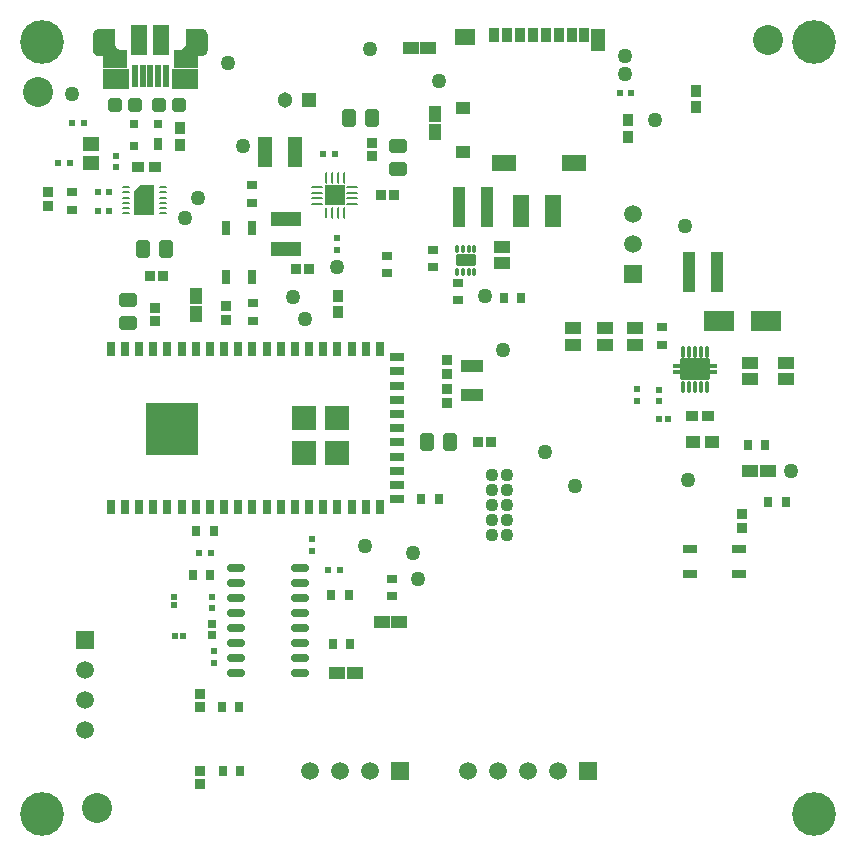
<source format=gts>
G04*
G04 #@! TF.GenerationSoftware,Altium Limited,Altium Designer,23.2.1 (34)*
G04*
G04 Layer_Color=8388736*
%FSLAX44Y44*%
%MOMM*%
G71*
G04*
G04 #@! TF.SameCoordinates,6C2AB55D-B72B-4B93-AE35-0C838568E6CE*
G04*
G04*
G04 #@! TF.FilePolarity,Negative*
G04*
G01*
G75*
%ADD25R,0.5000X0.5000*%
%ADD26R,1.3562X1.1046*%
%ADD27R,2.6550X1.2037*%
%ADD28R,1.2037X2.6550*%
%ADD29C,1.2700*%
%ADD30R,0.5000X0.5000*%
%ADD31R,0.8121X0.9531*%
%ADD32R,0.9000X0.6500*%
%ADD37R,1.4562X1.2549*%
%ADD38R,2.5000X1.7000*%
%ADD39R,0.9582X1.0061*%
%ADD40R,0.9000X0.8000*%
%ADD41R,0.8582X0.8061*%
%ADD43R,1.0121X1.3531*%
%ADD45R,0.8000X0.9000*%
%ADD46R,1.3531X1.0121*%
%ADD47R,0.6500X0.9000*%
%ADD49R,1.0061X0.9582*%
%ADD50R,1.2061X1.0582*%
%ADD51R,0.5811X0.4725*%
%ADD54R,0.7121X0.7811*%
%ADD56R,0.9531X0.8121*%
G04:AMPARAMS|DCode=57|XSize=0.2393mm|YSize=0.966mm|CornerRadius=0.1196mm|HoleSize=0mm|Usage=FLASHONLY|Rotation=90.000|XOffset=0mm|YOffset=0mm|HoleType=Round|Shape=RoundedRectangle|*
%AMROUNDEDRECTD57*
21,1,0.2393,0.7267,0,0,90.0*
21,1,0.0000,0.9660,0,0,90.0*
1,1,0.2393,0.3634,0.0000*
1,1,0.2393,0.3634,0.0000*
1,1,0.2393,-0.3634,0.0000*
1,1,0.2393,-0.3634,0.0000*
%
%ADD57ROUNDEDRECTD57*%
G04:AMPARAMS|DCode=58|XSize=0.966mm|YSize=0.2393mm|CornerRadius=0.1196mm|HoleSize=0mm|Usage=FLASHONLY|Rotation=90.000|XOffset=0mm|YOffset=0mm|HoleType=Round|Shape=RoundedRectangle|*
%AMROUNDEDRECTD58*
21,1,0.9660,0.0000,0,0,90.0*
21,1,0.7267,0.2393,0,0,90.0*
1,1,0.2393,0.0000,0.3634*
1,1,0.2393,0.0000,-0.3634*
1,1,0.2393,0.0000,-0.3634*
1,1,0.2393,0.0000,0.3634*
%
%ADD58ROUNDEDRECTD58*%
%ADD59R,0.2393X0.9660*%
%ADD68R,1.4038X2.7550*%
%ADD69R,1.9000X1.1000*%
%ADD71R,0.4725X0.5811*%
G04:AMPARAMS|DCode=75|XSize=0.65mm|YSize=0.25mm|CornerRadius=0.0625mm|HoleSize=0mm|Usage=FLASHONLY|Rotation=0.000|XOffset=0mm|YOffset=0mm|HoleType=Round|Shape=RoundedRectangle|*
%AMROUNDEDRECTD75*
21,1,0.6500,0.1250,0,0,0.0*
21,1,0.5250,0.2500,0,0,0.0*
1,1,0.1250,0.2625,-0.0625*
1,1,0.1250,-0.2625,-0.0625*
1,1,0.1250,-0.2625,0.0625*
1,1,0.1250,0.2625,0.0625*
%
%ADD75ROUNDEDRECTD75*%
G04:AMPARAMS|DCode=76|XSize=1.1116mm|YSize=1.5716mm|CornerRadius=0.1771mm|HoleSize=0mm|Usage=FLASHONLY|Rotation=180.000|XOffset=0mm|YOffset=0mm|HoleType=Round|Shape=RoundedRectangle|*
%AMROUNDEDRECTD76*
21,1,1.1116,1.2175,0,0,180.0*
21,1,0.7575,1.5716,0,0,180.0*
1,1,0.3541,-0.3787,0.6088*
1,1,0.3541,0.3787,0.6088*
1,1,0.3541,0.3787,-0.6088*
1,1,0.3541,-0.3787,-0.6088*
%
%ADD76ROUNDEDRECTD76*%
%ADD77R,0.8016X0.7016*%
%ADD78R,0.8016X1.1016*%
%ADD79R,0.5016X1.8516*%
%ADD80R,1.4766X2.6016*%
%ADD81R,0.7516X1.1516*%
%ADD82R,1.1516X0.7516*%
G04:AMPARAMS|DCode=83|XSize=0.42mm|YSize=0.99mm|CornerRadius=0.1204mm|HoleSize=0mm|Usage=FLASHONLY|Rotation=180.000|XOffset=0mm|YOffset=0mm|HoleType=Round|Shape=RoundedRectangle|*
%AMROUNDEDRECTD83*
21,1,0.4200,0.7492,0,0,180.0*
21,1,0.1792,0.9900,0,0,180.0*
1,1,0.2408,-0.0896,0.3746*
1,1,0.2408,0.0896,0.3746*
1,1,0.2408,0.0896,-0.3746*
1,1,0.2408,-0.0896,-0.3746*
%
%ADD83ROUNDEDRECTD83*%
G04:AMPARAMS|DCode=84|XSize=1.79mm|YSize=2.54mm|CornerRadius=0.1195mm|HoleSize=0mm|Usage=FLASHONLY|Rotation=90.000|XOffset=0mm|YOffset=0mm|HoleType=Round|Shape=RoundedRectangle|*
%AMROUNDEDRECTD84*
21,1,1.7900,2.3010,0,0,90.0*
21,1,1.5510,2.5400,0,0,90.0*
1,1,0.2390,1.1505,0.7755*
1,1,0.2390,1.1505,-0.7755*
1,1,0.2390,-1.1505,-0.7755*
1,1,0.2390,-1.1505,0.7755*
%
%ADD84ROUNDEDRECTD84*%
%ADD85R,1.0816X3.5016*%
%ADD86O,1.5516X0.7016*%
G04:AMPARAMS|DCode=87|XSize=1.1116mm|YSize=1.5716mm|CornerRadius=0.1771mm|HoleSize=0mm|Usage=FLASHONLY|Rotation=90.000|XOffset=0mm|YOffset=0mm|HoleType=Round|Shape=RoundedRectangle|*
%AMROUNDEDRECTD87*
21,1,1.1116,1.2175,0,0,90.0*
21,1,0.7575,1.5716,0,0,90.0*
1,1,0.3541,0.6088,0.3787*
1,1,0.3541,0.6088,-0.3787*
1,1,0.3541,-0.6088,-0.3787*
1,1,0.3541,-0.6088,0.3787*
%
%ADD87ROUNDEDRECTD87*%
%ADD88R,1.6800X1.6800*%
G04:AMPARAMS|DCode=89|XSize=1.0016mm|YSize=1.7016mm|CornerRadius=0.1003mm|HoleSize=0mm|Usage=FLASHONLY|Rotation=90.000|XOffset=0mm|YOffset=0mm|HoleType=Round|Shape=RoundedRectangle|*
%AMROUNDEDRECTD89*
21,1,1.0016,1.5010,0,0,90.0*
21,1,0.8010,1.7016,0,0,90.0*
1,1,0.2006,0.7505,0.4005*
1,1,0.2006,0.7505,-0.4005*
1,1,0.2006,-0.7505,-0.4005*
1,1,0.2006,-0.7505,0.4005*
%
%ADD89ROUNDEDRECTD89*%
G04:AMPARAMS|DCode=90|XSize=0.3516mm|YSize=0.6016mm|CornerRadius=0.1008mm|HoleSize=0mm|Usage=FLASHONLY|Rotation=180.000|XOffset=0mm|YOffset=0mm|HoleType=Round|Shape=RoundedRectangle|*
%AMROUNDEDRECTD90*
21,1,0.3516,0.4000,0,0,180.0*
21,1,0.1500,0.6016,0,0,180.0*
1,1,0.2016,-0.0750,0.2000*
1,1,0.2016,0.0750,0.2000*
1,1,0.2016,0.0750,-0.2000*
1,1,0.2016,-0.0750,-0.2000*
%
%ADD90ROUNDEDRECTD90*%
G04:AMPARAMS|DCode=91|XSize=1.1016mm|YSize=1.2016mm|CornerRadius=0.1758mm|HoleSize=0mm|Usage=FLASHONLY|Rotation=90.000|XOffset=0mm|YOffset=0mm|HoleType=Round|Shape=RoundedRectangle|*
%AMROUNDEDRECTD91*
21,1,1.1016,0.8500,0,0,90.0*
21,1,0.7500,1.2016,0,0,90.0*
1,1,0.3516,0.4250,0.3750*
1,1,0.3516,0.4250,-0.3750*
1,1,0.3516,-0.4250,-0.3750*
1,1,0.3516,-0.4250,0.3750*
%
%ADD91ROUNDEDRECTD91*%
%ADD92R,2.0016X1.4516*%
%ADD93R,0.9516X1.2016*%
%ADD94R,0.8516X1.2016*%
%ADD95R,1.2716X1.9016*%
%ADD96R,1.6516X1.4516*%
%ADD97R,1.3016X1.1016*%
%ADD98C,2.5400*%
%ADD99R,0.9516X0.9516*%
%ADD100R,0.8016X1.3016*%
%ADD101R,1.3016X0.8016*%
%ADD102R,2.1016X2.1016*%
%ADD103R,2.2400X2.2400*%
%ADD104R,0.8016X0.3816*%
%ADD105R,0.8016X0.3816*%
%ADD106R,0.8016X0.3816*%
%ADD107R,0.8016X0.3816*%
%ADD108C,3.7016*%
%ADD109C,1.4996*%
%ADD110R,1.4996X1.4996*%
%ADD111C,1.1074*%
%ADD112O,1.1016X1.5616*%
%ADD113O,1.1016X1.9016*%
%ADD114R,1.4996X1.4996*%
%ADD115R,1.3016X1.3016*%
%ADD116C,1.3016*%
G36*
X84732Y676500D02*
X84742Y676160D01*
X84772Y675820D01*
X84812Y675480D01*
X84872Y675150D01*
X84952Y674820D01*
X85052Y674490D01*
X85162Y674170D01*
X85292Y673860D01*
X85442Y673550D01*
X85602Y673250D01*
X85782Y672960D01*
X85972Y672680D01*
X86182Y672410D01*
X86402Y672150D01*
X86632Y671900D01*
X86882Y671670D01*
X87142Y671450D01*
X87412Y671240D01*
X87692Y671050D01*
X87982Y670870D01*
X88282Y670710D01*
X88592Y670560D01*
X88902Y670430D01*
X89222Y670320D01*
X89552Y670220D01*
X89882Y670140D01*
X90212Y670080D01*
X90552Y670040D01*
X90892Y670010D01*
X91232Y670000D01*
X95232D01*
Y655209D01*
X74982D01*
Y665000D01*
X71482D01*
X71222Y665010D01*
X70962Y665030D01*
X70702Y665060D01*
X70442Y665110D01*
X70192Y665170D01*
X69932Y665240D01*
X69692Y665330D01*
X69452Y665430D01*
X69212Y665540D01*
X68982Y665670D01*
X68762Y665810D01*
X68542Y665950D01*
X68332Y666110D01*
X68132Y666280D01*
X67942Y666460D01*
X67762Y666650D01*
X67592Y666850D01*
X67432Y667060D01*
X67292Y667280D01*
X67152Y667500D01*
X67022Y667730D01*
X66912Y667970D01*
X66812Y668210D01*
X66722Y668450D01*
X66652Y668710D01*
X66592Y668960D01*
X66542Y669220D01*
X66512Y669480D01*
X66492Y669740D01*
X66482Y670000D01*
Y683000D01*
X66492Y683260D01*
X66512Y683520D01*
X66542Y683780D01*
X66592Y684040D01*
X66652Y684290D01*
X66722Y684550D01*
X66812Y684790D01*
X66912Y685030D01*
X67022Y685270D01*
X67152Y685500D01*
X67292Y685720D01*
X67432Y685940D01*
X67592Y686150D01*
X67762Y686350D01*
X67942Y686540D01*
X68132Y686720D01*
X68332Y686890D01*
X68542Y687050D01*
X68762Y687190D01*
X68982Y687330D01*
X69212Y687460D01*
X69452Y687570D01*
X69692Y687670D01*
X69932Y687760D01*
X70192Y687830D01*
X70442Y687890D01*
X70702Y687940D01*
X70962Y687970D01*
X71222Y687990D01*
X71482Y688000D01*
X84732D01*
Y676500D01*
D02*
G37*
G36*
X158742Y687990D02*
X159002Y687970D01*
X159262Y687940D01*
X159522Y687890D01*
X159772Y687830D01*
X160032Y687760D01*
X160272Y687670D01*
X160512Y687570D01*
X160752Y687460D01*
X160982Y687330D01*
X161202Y687190D01*
X161422Y687050D01*
X161632Y686890D01*
X161832Y686720D01*
X162022Y686540D01*
X162202Y686350D01*
X162372Y686150D01*
X162532Y685940D01*
X162672Y685720D01*
X162812Y685500D01*
X162942Y685270D01*
X163052Y685030D01*
X163152Y684790D01*
X163242Y684550D01*
X163312Y684290D01*
X163372Y684040D01*
X163422Y683780D01*
X163452Y683520D01*
X163472Y683260D01*
X163482Y683000D01*
Y670000D01*
X163472Y669740D01*
X163452Y669480D01*
X163422Y669220D01*
X163372Y668960D01*
X163312Y668710D01*
X163242Y668450D01*
X163152Y668210D01*
X163052Y667970D01*
X162942Y667730D01*
X162812Y667500D01*
X162672Y667280D01*
X162532Y667060D01*
X162372Y666850D01*
X162202Y666650D01*
X162022Y666460D01*
X161832Y666280D01*
X161632Y666110D01*
X161422Y665950D01*
X161202Y665810D01*
X160982Y665670D01*
X160752Y665540D01*
X160512Y665430D01*
X160272Y665330D01*
X160032Y665240D01*
X159772Y665170D01*
X159522Y665110D01*
X159262Y665060D01*
X159002Y665030D01*
X158742Y665010D01*
X158482Y665000D01*
X154982D01*
Y655054D01*
X134732D01*
Y670000D01*
X138732D01*
X139072Y670010D01*
X139412Y670040D01*
X139752Y670080D01*
X140082Y670140D01*
X140412Y670220D01*
X140742Y670320D01*
X141062Y670430D01*
X141372Y670560D01*
X141682Y670710D01*
X141982Y670870D01*
X142272Y671050D01*
X142552Y671240D01*
X142822Y671450D01*
X143082Y671670D01*
X143332Y671900D01*
X143562Y672150D01*
X143782Y672410D01*
X143992Y672680D01*
X144182Y672960D01*
X144362Y673250D01*
X144522Y673550D01*
X144672Y673860D01*
X144802Y674170D01*
X144912Y674490D01*
X145012Y674820D01*
X145092Y675150D01*
X145152Y675480D01*
X145192Y675820D01*
X145222Y676160D01*
X145232Y676500D01*
Y688000D01*
X158482D01*
X158742Y687990D01*
D02*
G37*
G36*
X154982Y637400D02*
X132982D01*
Y654000D01*
X154982D01*
Y637400D01*
D02*
G37*
G36*
X96982D02*
X74982D01*
Y654000D01*
X96982D01*
Y637400D01*
D02*
G37*
G36*
X118482Y530476D02*
X101482D01*
Y550376D01*
X106582Y555476D01*
X118482D01*
Y530476D01*
D02*
G37*
D25*
X272839Y510579D02*
D03*
Y500579D02*
D03*
X545746Y372567D02*
D03*
Y382567D02*
D03*
X526886Y373195D02*
D03*
Y383195D02*
D03*
X252135Y245737D02*
D03*
Y255737D02*
D03*
X86072Y580690D02*
D03*
Y570690D02*
D03*
X167000Y197300D02*
D03*
Y207300D02*
D03*
X168500Y150920D02*
D03*
Y160920D02*
D03*
D26*
X622965Y391187D02*
D03*
Y405202D02*
D03*
X525616Y434508D02*
D03*
Y420492D02*
D03*
X653632Y405202D02*
D03*
Y391187D02*
D03*
X412755Y489529D02*
D03*
Y503545D02*
D03*
X499584Y420492D02*
D03*
Y434508D02*
D03*
X473066Y420492D02*
D03*
Y434508D02*
D03*
D27*
X229540Y501573D02*
D03*
Y527085D02*
D03*
D28*
X237701Y583924D02*
D03*
X212188D02*
D03*
D29*
X48719Y632533D02*
D03*
X567724Y521461D02*
D03*
X474336Y301122D02*
D03*
X570291Y306263D02*
D03*
X657411Y313701D02*
D03*
X297113Y250479D02*
D03*
X300740Y671167D02*
D03*
X246107Y442068D02*
D03*
X235927Y460885D02*
D03*
X180588Y659131D02*
D03*
X193092Y588505D02*
D03*
X155265Y545226D02*
D03*
X144765Y528314D02*
D03*
X273305Y486453D02*
D03*
X398444Y461500D02*
D03*
X517250Y665150D02*
D03*
X541916Y611017D02*
D03*
X359512Y643849D02*
D03*
X517250Y649517D02*
D03*
X342012Y221952D02*
D03*
X413383Y415792D02*
D03*
X337487Y244467D02*
D03*
X448936Y330113D02*
D03*
D30*
X80424Y533520D02*
D03*
X70424D02*
D03*
X522250Y633320D02*
D03*
X512250D02*
D03*
X166000Y244000D02*
D03*
X156000D02*
D03*
X271395Y582225D02*
D03*
X261395D02*
D03*
X265442Y229666D02*
D03*
X275442D02*
D03*
X48719Y608166D02*
D03*
X58719D02*
D03*
X37226Y574244D02*
D03*
X47226D02*
D03*
X70424Y549726D02*
D03*
X80424D02*
D03*
D31*
X28250Y538485D02*
D03*
Y549515D02*
D03*
X119284Y440962D02*
D03*
Y451993D02*
D03*
X302652Y580709D02*
D03*
Y591740D02*
D03*
X156776Y48735D02*
D03*
Y59765D02*
D03*
X157207Y124615D02*
D03*
Y113584D02*
D03*
D32*
X48719Y535035D02*
D03*
Y549535D02*
D03*
X375411Y458273D02*
D03*
Y472773D02*
D03*
X319682Y207452D02*
D03*
Y221952D02*
D03*
X315138Y481500D02*
D03*
Y496000D02*
D03*
D37*
X65000Y574244D02*
D03*
Y590756D02*
D03*
D38*
X596085Y440521D02*
D03*
X636085D02*
D03*
D39*
X274250Y448057D02*
D03*
Y462079D02*
D03*
X577223Y621559D02*
D03*
Y635581D02*
D03*
X140247Y604042D02*
D03*
Y590020D02*
D03*
X519102Y610661D02*
D03*
Y596639D02*
D03*
D40*
X201592Y441031D02*
D03*
Y456031D02*
D03*
X548411Y420771D02*
D03*
Y435771D02*
D03*
X201043Y555677D02*
D03*
Y540677D02*
D03*
X354000Y486080D02*
D03*
Y501080D02*
D03*
D41*
X179318Y453758D02*
D03*
Y441737D02*
D03*
X615602Y265312D02*
D03*
Y277334D02*
D03*
D43*
X153515Y462079D02*
D03*
Y447048D02*
D03*
X356245Y601135D02*
D03*
Y616166D02*
D03*
D45*
X638048Y287474D02*
D03*
X653048D02*
D03*
X282970Y208655D02*
D03*
X267970D02*
D03*
X165730Y225959D02*
D03*
X150730D02*
D03*
X344237Y289960D02*
D03*
X359238D02*
D03*
X153500Y262858D02*
D03*
X168500D02*
D03*
D46*
X638048Y313356D02*
D03*
X623017D02*
D03*
X335410Y671487D02*
D03*
X350440D02*
D03*
X288476Y142450D02*
D03*
X273445D02*
D03*
X325927Y185717D02*
D03*
X310897D02*
D03*
D47*
X269490Y166952D02*
D03*
X283990D02*
D03*
X635215Y335302D02*
D03*
X620715D02*
D03*
X414633Y460068D02*
D03*
X429133D02*
D03*
X175824Y113584D02*
D03*
X190324D02*
D03*
X176639Y60000D02*
D03*
X191140D02*
D03*
D49*
X573442Y359921D02*
D03*
X587464D02*
D03*
X104827Y571428D02*
D03*
X118849D02*
D03*
D50*
X590227Y337862D02*
D03*
X574206D02*
D03*
D51*
X552982Y358073D02*
D03*
X545671D02*
D03*
X135720Y173739D02*
D03*
X143031D02*
D03*
D54*
X167250Y174501D02*
D03*
Y183811D02*
D03*
D56*
X309985Y547735D02*
D03*
X321015D02*
D03*
X249382Y484657D02*
D03*
X238351D02*
D03*
X403768Y337961D02*
D03*
X392737D02*
D03*
X125794Y478621D02*
D03*
X114763D02*
D03*
D57*
X256386Y554480D02*
D03*
X285847Y544480D02*
D03*
Y549481D02*
D03*
Y554480D02*
D03*
Y539481D02*
D03*
X256386Y549481D02*
D03*
Y544480D02*
D03*
Y539481D02*
D03*
D58*
X273617Y561711D02*
D03*
X268617D02*
D03*
X273617Y532250D02*
D03*
X268617D02*
D03*
X278617Y561711D02*
D03*
Y532250D02*
D03*
X263617Y561711D02*
D03*
D59*
Y532250D02*
D03*
D68*
X456006Y533960D02*
D03*
X428494D02*
D03*
D69*
X386940Y377883D02*
D03*
Y402882D02*
D03*
D71*
X135000Y200000D02*
D03*
Y207311D02*
D03*
D75*
X94482Y554226D02*
D03*
Y549726D02*
D03*
Y545226D02*
D03*
Y540726D02*
D03*
Y536226D02*
D03*
Y531726D02*
D03*
X125482D02*
D03*
Y536226D02*
D03*
Y540726D02*
D03*
Y545226D02*
D03*
Y549726D02*
D03*
Y554226D02*
D03*
D76*
X302652Y612669D02*
D03*
X283052D02*
D03*
X128028Y501320D02*
D03*
X108428D02*
D03*
X349361Y337960D02*
D03*
X368961D02*
D03*
D77*
X101252Y588505D02*
D03*
X121252Y607506D02*
D03*
X101252D02*
D03*
D78*
X121252Y590505D02*
D03*
D79*
X101982Y647750D02*
D03*
X114982D02*
D03*
X108482D02*
D03*
X127982D02*
D03*
X121482D02*
D03*
D80*
X105607Y678500D02*
D03*
X124357D02*
D03*
D81*
X200886Y478226D02*
D03*
Y519726D02*
D03*
X179386D02*
D03*
Y478226D02*
D03*
D82*
X613488Y226194D02*
D03*
X571988D02*
D03*
Y247694D02*
D03*
X613488D02*
D03*
D83*
X571262Y414521D02*
D03*
X576262D02*
D03*
Y385022D02*
D03*
X566262D02*
D03*
X571262D02*
D03*
X581262Y414521D02*
D03*
X586262D02*
D03*
X566262D02*
D03*
X581262Y385022D02*
D03*
X586262D02*
D03*
D84*
X576262Y399772D02*
D03*
D85*
X571392Y482402D02*
D03*
X595092D02*
D03*
X376555Y537491D02*
D03*
X400255D02*
D03*
D86*
X242140Y193250D02*
D03*
Y205950D02*
D03*
X187640Y167850D02*
D03*
Y218650D02*
D03*
Y205950D02*
D03*
Y180550D02*
D03*
Y193250D02*
D03*
X242140Y180550D02*
D03*
Y231350D02*
D03*
X187640D02*
D03*
Y142450D02*
D03*
Y155150D02*
D03*
X242140Y142450D02*
D03*
Y218650D02*
D03*
Y167850D02*
D03*
Y155150D02*
D03*
D87*
X325029Y569679D02*
D03*
Y589279D02*
D03*
X96470Y438730D02*
D03*
Y458330D02*
D03*
D88*
X271117Y546980D02*
D03*
D89*
X381905Y492000D02*
D03*
D90*
X379405Y482500D02*
D03*
Y501500D02*
D03*
X384405D02*
D03*
X389405D02*
D03*
X374405D02*
D03*
Y482500D02*
D03*
X384405D02*
D03*
X389405D02*
D03*
D91*
X84922Y623281D02*
D03*
X101922D02*
D03*
X139335Y623219D02*
D03*
X122336D02*
D03*
D92*
X474105Y574195D02*
D03*
X414405D02*
D03*
D93*
X405755Y682445D02*
D03*
X438755D02*
D03*
X416755D02*
D03*
X460755D02*
D03*
X449755D02*
D03*
X471755D02*
D03*
X427755D02*
D03*
D94*
X482255D02*
D03*
D95*
X494355Y678945D02*
D03*
D96*
X381155Y681195D02*
D03*
D97*
X379405Y583945D02*
D03*
Y620945D02*
D03*
D98*
X638387Y678945D02*
D03*
X19750Y634875D02*
D03*
X70000Y28084D02*
D03*
D99*
X366440Y371300D02*
D03*
Y382800D02*
D03*
Y407750D02*
D03*
Y396250D02*
D03*
D100*
X93445Y283000D02*
D03*
X105445D02*
D03*
X117445D02*
D03*
X129445D02*
D03*
X141445D02*
D03*
X285445D02*
D03*
X297445D02*
D03*
X285445Y417000D02*
D03*
X153445D02*
D03*
X141445D02*
D03*
X129445D02*
D03*
X117445D02*
D03*
X105445D02*
D03*
X93445D02*
D03*
X153445Y283000D02*
D03*
X249445Y417000D02*
D03*
X309445D02*
D03*
X273445Y283000D02*
D03*
X309445D02*
D03*
X189445D02*
D03*
Y417000D02*
D03*
X81445D02*
D03*
Y283000D02*
D03*
X261445D02*
D03*
X165445Y417000D02*
D03*
X201445D02*
D03*
X177445D02*
D03*
Y283000D02*
D03*
X249445D02*
D03*
X225445Y417000D02*
D03*
X237445D02*
D03*
X297445D02*
D03*
X273445D02*
D03*
X261445D02*
D03*
X225445Y283000D02*
D03*
X237445D02*
D03*
X213445Y417000D02*
D03*
X165445Y283000D02*
D03*
X201445D02*
D03*
X213445D02*
D03*
D101*
X323855Y313960D02*
D03*
Y409960D02*
D03*
Y301960D02*
D03*
Y289960D02*
D03*
Y325960D02*
D03*
Y361960D02*
D03*
Y373960D02*
D03*
Y337960D02*
D03*
Y349960D02*
D03*
Y385960D02*
D03*
Y397960D02*
D03*
D102*
X273305Y358386D02*
D03*
Y329146D02*
D03*
X244755Y358386D02*
D03*
Y329146D02*
D03*
D103*
X144375Y360446D02*
D03*
Y338626D02*
D03*
X122195Y360446D02*
D03*
Y338626D02*
D03*
D104*
X591762Y397276D02*
D03*
D105*
Y402276D02*
D03*
D106*
X560762D02*
D03*
D107*
Y397276D02*
D03*
D108*
X676500Y676500D02*
D03*
X23500Y23500D02*
D03*
X676500D02*
D03*
X23500Y676500D02*
D03*
D109*
X409626Y59360D02*
D03*
X435026D02*
D03*
X460426D02*
D03*
X384226D02*
D03*
X249962Y59406D02*
D03*
X275362D02*
D03*
X300762D02*
D03*
X523916Y531090D02*
D03*
Y505690D02*
D03*
X60000Y94412D02*
D03*
Y119812D02*
D03*
Y145212D02*
D03*
D110*
X485826Y59360D02*
D03*
X326162Y59406D02*
D03*
D111*
X416642Y259810D02*
D03*
X403942D02*
D03*
Y285210D02*
D03*
Y272510D02*
D03*
X416642Y285210D02*
D03*
Y272510D02*
D03*
Y297910D02*
D03*
Y310610D02*
D03*
X403942Y297910D02*
D03*
Y310610D02*
D03*
D112*
X90732Y645700D02*
D03*
X139232D02*
D03*
D113*
X73982Y676500D02*
D03*
X155982D02*
D03*
D114*
X523916Y480290D02*
D03*
X60000Y170612D02*
D03*
D115*
X249382Y627886D02*
D03*
D116*
X229382D02*
D03*
M02*

</source>
